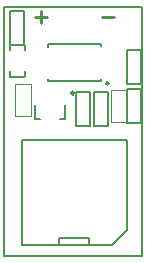
<source format=gto>
G04 Layer_Color=65535*
%FSLAX25Y25*%
%MOIN*%
G70*
G01*
G75*
%ADD16C,0.01000*%
%ADD22C,0.00984*%
%ADD23C,0.00400*%
%ADD24C,0.00500*%
%ADD25C,0.00787*%
D16*
X346461Y206500D02*
G03*
X346461Y206500I-361J0D01*
G01*
X344400Y228499D02*
X348399D01*
X321800D02*
X325799D01*
X323799Y230498D02*
Y226500D01*
D22*
X335071Y203331D02*
G03*
X335071Y203331I-492J0D01*
G01*
D23*
X315300Y195600D02*
X320600D01*
Y206400D01*
X315300D02*
X320600D01*
X315300Y195600D02*
Y206400D01*
X347300Y193600D02*
Y204400D01*
X352600D01*
Y193600D02*
Y204400D01*
X347300Y193600D02*
X352600D01*
D24*
X318169Y208675D02*
X318500Y209006D01*
X313500Y219256D02*
X316555D01*
X313777Y208675D02*
X318169D01*
X316555Y219256D02*
X318500D01*
X313500Y208952D02*
X313777Y208675D01*
X318500Y217592D02*
Y219256D01*
Y209006D02*
Y210604D01*
X313500Y217592D02*
Y219256D01*
Y208952D02*
Y210604D01*
X313683Y219230D02*
Y230788D01*
X318330D01*
Y219230D02*
Y230788D01*
X313683Y219230D02*
X318330D01*
X326142Y207398D02*
Y208158D01*
Y218758D02*
Y219602D01*
X343858Y218858D02*
Y219602D01*
Y207398D02*
Y208158D01*
X326142Y219602D02*
X343858D01*
X326142Y207398D02*
X343858D01*
X352683Y206230D02*
Y217788D01*
X357330D01*
Y206230D02*
Y217788D01*
X352683Y206230D02*
X357330D01*
X352683Y193230D02*
Y204788D01*
X357330D01*
Y193230D02*
Y204788D01*
X352683Y193230D02*
X357330D01*
X346317Y192212D02*
Y203770D01*
X341670Y192212D02*
X346317D01*
X341670D02*
Y203770D01*
X346317D01*
X335683Y192230D02*
Y203788D01*
X340330D01*
Y192230D02*
Y203788D01*
X335683Y192230D02*
X340330D01*
X330000Y152500D02*
Y155000D01*
X340000D01*
Y152500D02*
Y155000D01*
X317500Y187500D02*
X352500D01*
X317500Y152500D02*
Y187500D01*
X352500Y157500D02*
Y187500D01*
X347500Y152500D02*
X352500Y157500D01*
X317500Y152500D02*
X347500D01*
X357500Y149000D02*
Y232000D01*
X311700D02*
X357500D01*
X311700Y149000D02*
X357500D01*
X311700D02*
Y232000D01*
D25*
X321980Y194669D02*
Y199197D01*
X332020Y194669D02*
Y199197D01*
X330248Y194669D02*
X332020D01*
X321980D02*
X323752D01*
M02*

</source>
